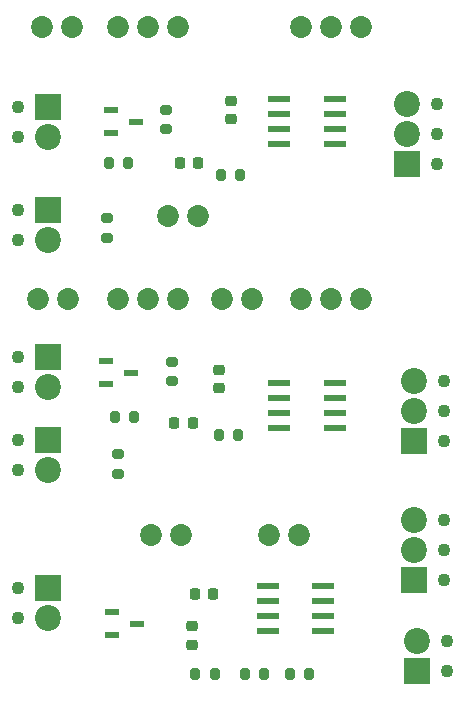
<source format=gts>
%TF.GenerationSoftware,KiCad,Pcbnew,8.0.1*%
%TF.CreationDate,2024-09-29T19:32:40+02:00*%
%TF.ProjectId,CANPCB_TESTBENCH,43414e50-4342-45f5-9445-535442454e43,rev?*%
%TF.SameCoordinates,Original*%
%TF.FileFunction,Soldermask,Top*%
%TF.FilePolarity,Negative*%
%FSLAX46Y46*%
G04 Gerber Fmt 4.6, Leading zero omitted, Abs format (unit mm)*
G04 Created by KiCad (PCBNEW 8.0.1) date 2024-09-29 19:32:40*
%MOMM*%
%LPD*%
G01*
G04 APERTURE LIST*
G04 Aperture macros list*
%AMRoundRect*
0 Rectangle with rounded corners*
0 $1 Rounding radius*
0 $2 $3 $4 $5 $6 $7 $8 $9 X,Y pos of 4 corners*
0 Add a 4 corners polygon primitive as box body*
4,1,4,$2,$3,$4,$5,$6,$7,$8,$9,$2,$3,0*
0 Add four circle primitives for the rounded corners*
1,1,$1+$1,$2,$3*
1,1,$1+$1,$4,$5*
1,1,$1+$1,$6,$7*
1,1,$1+$1,$8,$9*
0 Add four rect primitives between the rounded corners*
20,1,$1+$1,$2,$3,$4,$5,0*
20,1,$1+$1,$4,$5,$6,$7,0*
20,1,$1+$1,$6,$7,$8,$9,0*
20,1,$1+$1,$8,$9,$2,$3,0*%
G04 Aperture macros list end*
%ADD10R,1.250000X0.600000*%
%ADD11R,1.969999X0.558000*%
%ADD12RoundRect,0.200000X-0.200000X-0.275000X0.200000X-0.275000X0.200000X0.275000X-0.200000X0.275000X0*%
%ADD13RoundRect,0.200000X0.200000X0.275000X-0.200000X0.275000X-0.200000X-0.275000X0.200000X-0.275000X0*%
%ADD14RoundRect,0.200000X0.275000X-0.200000X0.275000X0.200000X-0.275000X0.200000X-0.275000X-0.200000X0*%
%ADD15RoundRect,0.200000X-0.275000X0.200000X-0.275000X-0.200000X0.275000X-0.200000X0.275000X0.200000X0*%
%ADD16C,1.854000*%
%ADD17C,1.100000*%
%ADD18R,2.200000X2.200000*%
%ADD19C,2.200000*%
%ADD20RoundRect,0.225000X0.250000X-0.225000X0.250000X0.225000X-0.250000X0.225000X-0.250000X-0.225000X0*%
%ADD21RoundRect,0.225000X-0.225000X-0.250000X0.225000X-0.250000X0.225000X0.250000X-0.225000X0.250000X0*%
%ADD22RoundRect,0.225000X0.225000X0.250000X-0.225000X0.250000X-0.225000X-0.250000X0.225000X-0.250000X0*%
%ADD23RoundRect,0.225000X-0.250000X0.225000X-0.250000X-0.225000X0.250000X-0.225000X0.250000X0.225000X0*%
G04 APERTURE END LIST*
D10*
%TO.C,IC2*%
X154950000Y-104550000D03*
X154950000Y-106450000D03*
X157050000Y-105500000D03*
%TD*%
D11*
%TO.C,U3*%
X168137800Y-102345000D03*
X168137800Y-103615000D03*
X168137800Y-104885000D03*
X168137800Y-106155000D03*
X172862200Y-106155000D03*
X172862200Y-104885000D03*
X172862200Y-103615000D03*
X172862200Y-102345000D03*
%TD*%
%TO.C,U2*%
X169137800Y-85095000D03*
X169137800Y-86365000D03*
X169137800Y-87635000D03*
X169137800Y-88905000D03*
X173862200Y-88905000D03*
X173862200Y-87635000D03*
X173862200Y-86365000D03*
X173862200Y-85095000D03*
%TD*%
%TO.C,U1*%
X169137800Y-61095000D03*
X169137800Y-62365000D03*
X169137800Y-63635000D03*
X169137800Y-64905000D03*
X173862200Y-64905000D03*
X173862200Y-63635000D03*
X173862200Y-62365000D03*
X173862200Y-61095000D03*
%TD*%
D12*
%TO.C,R11*%
X162000000Y-109750000D03*
X163650000Y-109750000D03*
%TD*%
D13*
%TO.C,R10*%
X171650000Y-109750000D03*
X170000000Y-109750000D03*
%TD*%
D12*
%TO.C,R9*%
X166175000Y-109750000D03*
X167825000Y-109750000D03*
%TD*%
D14*
%TO.C,R8*%
X160000000Y-85000000D03*
X160000000Y-83350000D03*
%TD*%
D12*
%TO.C,R7*%
X155175000Y-88000000D03*
X156825000Y-88000000D03*
%TD*%
%TO.C,R6*%
X164000000Y-89500000D03*
X165650000Y-89500000D03*
%TD*%
D15*
%TO.C,R5*%
X155500000Y-91175000D03*
X155500000Y-92825000D03*
%TD*%
%TO.C,R4*%
X154500000Y-71175000D03*
X154500000Y-72825000D03*
%TD*%
D12*
%TO.C,R3*%
X164175000Y-67500000D03*
X165825000Y-67500000D03*
%TD*%
D15*
%TO.C,R2*%
X159500000Y-62000000D03*
X159500000Y-63650000D03*
%TD*%
D12*
%TO.C,R1*%
X154675000Y-66500000D03*
X156325000Y-66500000D03*
%TD*%
D16*
%TO.C,JP10*%
X149000000Y-55000000D03*
X151540000Y-55000000D03*
%TD*%
%TO.C,JP9*%
X160540000Y-55000000D03*
X158000000Y-55000000D03*
X155460000Y-55000000D03*
%TD*%
%TO.C,JP8*%
X158230000Y-98000000D03*
X160770000Y-98000000D03*
%TD*%
%TO.C,JP7*%
X168230000Y-98000000D03*
X170770000Y-98000000D03*
%TD*%
%TO.C,JP6*%
X162270000Y-71000000D03*
X159730000Y-71000000D03*
%TD*%
%TO.C,JP5*%
X170960000Y-55000000D03*
X173500000Y-55000000D03*
X176040000Y-55000000D03*
%TD*%
%TO.C,JP4*%
X151270000Y-78000000D03*
X148730000Y-78000000D03*
%TD*%
%TO.C,JP3*%
X166770000Y-78000000D03*
X164230000Y-78000000D03*
%TD*%
%TO.C,JP2*%
X170960000Y-78000000D03*
X173500000Y-78000000D03*
X176040000Y-78000000D03*
%TD*%
%TO.C,JP1*%
X160540000Y-78000000D03*
X158000000Y-78000000D03*
X155460000Y-78000000D03*
%TD*%
D17*
%TO.C,J9*%
X146960000Y-82960000D03*
X146960000Y-85500000D03*
D18*
X149500000Y-82960000D03*
D19*
X149500000Y-85500000D03*
%TD*%
D17*
%TO.C,J8*%
X183040000Y-101790000D03*
X183040000Y-99250000D03*
X183040000Y-96710000D03*
D18*
X180500000Y-101790000D03*
D19*
X180500000Y-99250000D03*
X180500000Y-96710000D03*
%TD*%
D17*
%TO.C,J7*%
X146960000Y-102500000D03*
X146960000Y-105040000D03*
D18*
X149500000Y-102500000D03*
D19*
X149500000Y-105040000D03*
%TD*%
D17*
%TO.C,J6*%
X183040000Y-90040000D03*
X183040000Y-87500000D03*
X183040000Y-84960000D03*
D18*
X180500000Y-90040000D03*
D19*
X180500000Y-87500000D03*
X180500000Y-84960000D03*
%TD*%
D17*
%TO.C,J5*%
X146960000Y-89960000D03*
X146960000Y-92500000D03*
D18*
X149500000Y-89960000D03*
D19*
X149500000Y-92500000D03*
%TD*%
D17*
%TO.C,J4*%
X147000000Y-70460000D03*
X147000000Y-73000000D03*
D18*
X149540000Y-70460000D03*
D19*
X149540000Y-73000000D03*
%TD*%
D17*
%TO.C,J3*%
X183290000Y-109540000D03*
X183290000Y-107000000D03*
D18*
X180750000Y-109540000D03*
D19*
X180750000Y-107000000D03*
%TD*%
D17*
%TO.C,J2*%
X146960000Y-61730000D03*
X146960000Y-64270000D03*
D18*
X149500000Y-61730000D03*
D19*
X149500000Y-64270000D03*
%TD*%
D17*
%TO.C,J1*%
X182500000Y-66580000D03*
X182500000Y-64040000D03*
X182500000Y-61500000D03*
D18*
X179960000Y-66580000D03*
D19*
X179960000Y-64040000D03*
X179960000Y-61500000D03*
%TD*%
D10*
%TO.C,IC3*%
X154450000Y-83300000D03*
X154450000Y-85200000D03*
X156550000Y-84250000D03*
%TD*%
%TO.C,IC1*%
X154900000Y-62050000D03*
X154900000Y-63950000D03*
X157000000Y-63000000D03*
%TD*%
D20*
%TO.C,C6*%
X161750000Y-107275000D03*
X161750000Y-105725000D03*
%TD*%
D21*
%TO.C,C5*%
X161975000Y-103000000D03*
X163525000Y-103000000D03*
%TD*%
D22*
%TO.C,C4*%
X161775000Y-88500000D03*
X160225000Y-88500000D03*
%TD*%
D23*
%TO.C,C3*%
X164000000Y-84000000D03*
X164000000Y-85550000D03*
%TD*%
D22*
%TO.C,C2*%
X162275000Y-66500000D03*
X160725000Y-66500000D03*
%TD*%
D23*
%TO.C,C1*%
X165000000Y-61225000D03*
X165000000Y-62775000D03*
%TD*%
M02*

</source>
